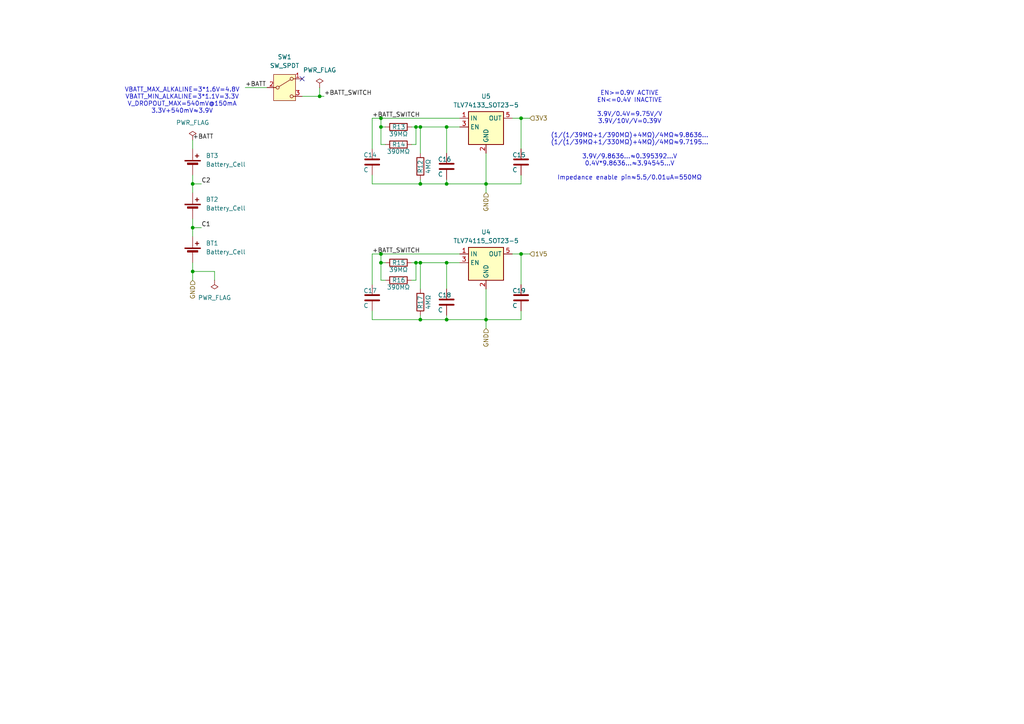
<source format=kicad_sch>
(kicad_sch (version 20231120) (generator "eeschema") (generator_version "8.0")
  (paper "A4")
  (lib_symbols
    (symbol "Custom_Regulator_Linear:TLV74115_SOT23-5"
      (property "Reference" "U" (at -4.572 5.588 0))
      (property "Value" "TLV74115_SOT23-5" (at 0 1.27 0))
      (symbol "TLV74115_SOT23-5_0_1"
        (rectangle (start -5.08 4.445) (end 5.08 -5.08) (stroke (width 0.254)) (fill (type background)))
      )
      (symbol "TLV74115_SOT23-5_1_1"
        (pin power_in line (at -7.62 2.54 0) (length 2.54) (name "IN") (number "1"))
        (pin power_in line (at 0 -7.62 90) (length 2.54) (name "GND") (number "2"))
        (pin input line (at -7.62 0 0) (length 2.54) (name "EN") (number "3"))
        (pin no_connect line (at 5.08 0 180) (length 2.54) hide (name "NC") (number "4"))
        (pin power_out line (at 7.62 2.54 180) (length 2.54) (name "OUT") (number "5"))
      )
    )
    (symbol "Custom_Regulator_Linear:TLV74133_SOT23-5"
      (property "Reference" "U" (at -4.572 5.588 0))
      (property "Value" "TLV74133_SOT23-5" (at 0 1.27 0))
      (symbol "TLV74133_SOT23-5_0_1"
        (rectangle (start -5.08 4.445) (end 5.08 -5.08) (stroke (width 0.254)) (fill (type background)))
      )
      (symbol "TLV74133_SOT23-5_1_1"
        (pin power_in line (at -7.62 2.54 0) (length 2.54) (name "IN") (number "1"))
        (pin power_in line (at 0 -7.62 90) (length 2.54) (name "GND") (number "2"))
        (pin input line (at -7.62 0 0) (length 2.54) (name "EN") (number "3"))
        (pin no_connect line (at 5.08 0 180) (length 2.54) hide (name "NC") (number "4"))
        (pin power_out line (at 7.62 2.54 180) (length 2.54) (name "OUT") (number "5"))
      )
    )
    (symbol "Device:Battery_Cell" (pin_numbers hide) (pin_names (offset 0) hide)
      (property "Reference" "BT" (at 2.54 2.54 0))
      (property "Value" "Battery_Cell" (at 2.54 0 0))
      (symbol "Battery_Cell_0_1"
        (rectangle (start -2.286 1.778) (end 2.286 1.524) (fill (type outline)))
        (rectangle (start -1.524 1.016) (end 1.524 0.508) (fill (type outline)))
        (polyline (pts (xy 0 0.762) (xy 0 0)))
        (polyline (pts (xy 0 1.778) (xy 0 2.54)))
        (polyline (pts (xy 0.762 3.048) (xy 1.778 3.048)) (stroke (width 0.254)))
        (polyline (pts (xy 1.27 3.556) (xy 1.27 2.54)) (stroke (width 0.254)))
      )
      (symbol "Battery_Cell_1_1"
        (pin passive line (at 0 5.08 270) (length 2.54) (name "+") (number "1"))
        (pin passive line (at 0 -2.54 90) (length 2.54) (name "-") (number "2"))
      )
    )
    (symbol "Device:C" (pin_numbers hide) (pin_names (offset 0.254))
      (property "Reference" "C" (at 0.635 2.54 0))
      (property "Value" "C" (at 0.635 -2.54 0))
      (symbol "C_0_1"
        (polyline (pts (xy -2.032 -0.762) (xy 2.032 -0.762)) (stroke (width 0.508)))
        (polyline (pts (xy -2.032 0.762) (xy 2.032 0.762)) (stroke (width 0.508)))
      )
      (symbol "C_1_1"
        (pin passive line (at 0 3.81 270) (length 2.794) (name "~") (number "1"))
        (pin passive line (at 0 -3.81 90) (length 2.794) (name "~") (number "2"))
      )
    )
    (symbol "Device:R" (pin_numbers hide) (pin_names (offset 0))
      (property "Reference" "R" (at 2.032 0 90))
      (property "Value" "R" (at 0 0 90))
      (symbol "R_0_1"
        (rectangle (start -1.016 -2.54) (end 1.016 2.54) (stroke (width 0.254)))
      )
      (symbol "R_1_1"
        (pin passive line (at 0 3.81 270) (length 1.27) (name "~") (number "1"))
        (pin passive line (at 0 -3.81 90) (length 1.27) (name "~") (number "2"))
      )
    )
    (symbol "Switch:SW_SPDT" (pin_names (offset 0) hide)
      (property "Reference" "SW" (at 0 5.08 0))
      (property "Value" "SW_SPDT" (at 0 -5.08 0))
      (symbol "SW_SPDT_0_1"
        (circle (center -2.032 0) (radius 0.4572))
        (polyline (pts (xy -1.651 0.254) (xy 1.651 2.286)))
        (circle (center 2.032 -2.54) (radius 0.4572))
        (circle (center 2.032 2.54) (radius 0.4572))
      )
      (symbol "SW_SPDT_1_1"
        (rectangle (start -3.175 3.81) (end 3.175 -3.81) (fill (type background)))
        (pin passive line (at 5.08 2.54 180) (length 2.54) (name "A") (number "1"))
        (pin passive line (at -5.08 0 0) (length 2.54) (name "B") (number "2"))
        (pin passive line (at 5.08 -2.54 180) (length 2.54) (name "C") (number "3"))
      )
    )
    (symbol "power:PWR_FLAG" (power) (pin_numbers hide) (pin_names (offset 0) hide)
      (property "Value" "PWR_FLAG" (at 0 3.81 0))
      (symbol "PWR_FLAG_0_0"
        (pin power_out line (at 0 0 90) (length 0) (name "~") (number "1"))
      )
      (symbol "PWR_FLAG_0_1"
        (polyline (pts (xy 0 0) (xy 0 1.27) (xy -1.016 1.905) (xy 0 2.54) (xy 1.016 1.905) (xy 0 1.27)))
      )
    )
  )
  (junction (at 129.54 36.83))
  (junction (at 129.54 76.2))
  (junction (at 120.65 76.2))
  (junction (at 121.92 92.71))
  (junction (at 140.97 53.34))
  (junction (at 120.65 36.83))
  (junction (at 121.92 36.83))
  (junction (at 55.88 66.04))
  (junction (at 92.71 27.94))
  (junction (at 110.49 36.83))
  (junction (at 129.54 92.71))
  (junction (at 110.49 76.2))
  (junction (at 110.49 34.29))
  (junction (at 121.92 76.2))
  (junction (at 129.54 53.34))
  (junction (at 55.88 53.34))
  (junction (at 151.13 73.66))
  (junction (at 110.49 73.66))
  (junction (at 151.13 34.29))
  (junction (at 55.88 78.74))
  (junction (at 140.97 92.71))
  (junction (at 121.92 53.34))
  (no_connect (at 87.63 22.86))
  (wire (pts (xy 129.54 36.83) (xy 133.35 36.83)))
  (wire (pts (xy 92.71 27.94) (xy 93.98 27.94)))
  (wire (pts (xy 121.92 92.71) (xy 129.54 92.71)))
  (wire (pts (xy 120.65 76.2) (xy 121.92 76.2)))
  (wire (pts (xy 55.88 78.74) (xy 55.88 81.28)))
  (wire (pts (xy 121.92 53.34) (xy 129.54 53.34)))
  (wire (pts (xy 87.63 27.94) (xy 92.71 27.94)))
  (wire (pts (xy 55.88 76.2) (xy 55.88 78.74)))
  (wire (pts (xy 121.92 76.2) (xy 121.92 83.82)))
  (wire (pts (xy 129.54 76.2) (xy 129.54 83.82)))
  (wire (pts (xy 121.92 36.83) (xy 129.54 36.83)))
  (wire (pts (xy 121.92 76.2) (xy 129.54 76.2)))
  (wire (pts (xy 55.88 40.64) (xy 55.88 43.18)))
  (wire (pts (xy 110.49 73.66) (xy 133.35 73.66)))
  (wire (pts (xy 92.71 25.4) (xy 92.71 27.94)))
  (wire (pts (xy 129.54 92.71) (xy 140.97 92.71)))
  (wire (pts (xy 55.88 78.74) (xy 62.23 78.74)))
  (wire (pts (xy 129.54 76.2) (xy 133.35 76.2)))
  (wire (pts (xy 151.13 90.17) (xy 151.13 92.71)))
  (wire (pts (xy 120.65 41.91) (xy 120.65 36.83)))
  (wire (pts (xy 110.49 73.66) (xy 110.49 76.2)))
  (wire (pts (xy 151.13 73.66) (xy 151.13 82.55)))
  (wire (pts (xy 111.76 36.83) (xy 110.49 36.83)))
  (wire (pts (xy 151.13 34.29) (xy 153.67 34.29)))
  (wire (pts (xy 110.49 34.29) (xy 133.35 34.29)))
  (wire (pts (xy 111.76 41.91) (xy 110.49 41.91)))
  (wire (pts (xy 121.92 36.83) (xy 121.92 44.45)))
  (wire (pts (xy 129.54 53.34) (xy 140.97 53.34)))
  (wire (pts (xy 151.13 53.34) (xy 140.97 53.34)))
  (wire (pts (xy 110.49 81.28) (xy 110.49 76.2)))
  (wire (pts (xy 119.38 81.28) (xy 120.65 81.28)))
  (wire (pts (xy 107.95 43.18) (xy 107.95 34.29)))
  (wire (pts (xy 55.88 50.8) (xy 55.88 53.34)))
  (wire (pts (xy 107.95 73.66) (xy 110.49 73.66)))
  (wire (pts (xy 71.12 25.4) (xy 77.47 25.4)))
  (wire (pts (xy 119.38 36.83) (xy 120.65 36.83)))
  (wire (pts (xy 119.38 76.2) (xy 120.65 76.2)))
  (wire (pts (xy 121.92 91.44) (xy 121.92 92.71)))
  (wire (pts (xy 111.76 81.28) (xy 110.49 81.28)))
  (wire (pts (xy 107.95 82.55) (xy 107.95 73.66)))
  (wire (pts (xy 55.88 53.34) (xy 55.88 55.88)))
  (wire (pts (xy 111.76 76.2) (xy 110.49 76.2)))
  (wire (pts (xy 110.49 34.29) (xy 110.49 36.83)))
  (wire (pts (xy 151.13 92.71) (xy 140.97 92.71)))
  (wire (pts (xy 148.59 73.66) (xy 151.13 73.66)))
  (wire (pts (xy 151.13 50.8) (xy 151.13 53.34)))
  (wire (pts (xy 120.65 81.28) (xy 120.65 76.2)))
  (wire (pts (xy 140.97 53.34) (xy 140.97 55.88)))
  (wire (pts (xy 107.95 34.29) (xy 110.49 34.29)))
  (wire (pts (xy 55.88 63.5) (xy 55.88 66.04)))
  (wire (pts (xy 107.95 50.8) (xy 107.95 53.34)))
  (wire (pts (xy 140.97 44.45) (xy 140.97 53.34)))
  (wire (pts (xy 140.97 92.71) (xy 140.97 95.25)))
  (wire (pts (xy 55.88 53.34) (xy 58.42 53.34)))
  (wire (pts (xy 129.54 91.44) (xy 129.54 92.71)))
  (wire (pts (xy 107.95 90.17) (xy 107.95 92.71)))
  (wire (pts (xy 151.13 73.66) (xy 153.67 73.66)))
  (wire (pts (xy 110.49 41.91) (xy 110.49 36.83)))
  (wire (pts (xy 129.54 36.83) (xy 129.54 44.45)))
  (wire (pts (xy 107.95 92.71) (xy 121.92 92.71)))
  (wire (pts (xy 151.13 34.29) (xy 151.13 43.18)))
  (wire (pts (xy 120.65 36.83) (xy 121.92 36.83)))
  (wire (pts (xy 107.95 53.34) (xy 121.92 53.34)))
  (wire (pts (xy 121.92 52.07) (xy 121.92 53.34)))
  (wire (pts (xy 140.97 83.82) (xy 140.97 92.71)))
  (wire (pts (xy 55.88 66.04) (xy 55.88 68.58)))
  (wire (pts (xy 148.59 34.29) (xy 151.13 34.29)))
  (wire (pts (xy 119.38 41.91) (xy 120.65 41.91)))
  (wire (pts (xy 129.54 52.07) (xy 129.54 53.34)))
  (wire (pts (xy 55.88 66.04) (xy 58.42 66.04)))
  (wire (pts (xy 62.23 81.28) (xy 62.23 78.74)))
  (text "VBATT_MAX_ALKALINE=3*1.6V=4.8V\nVBATT_MIN_ALKALINE=3*1.1V=3.3V\nV_DROPOUT_MAX=540mV@150mA\n3.3V+540mV≈3.9V" (at 52.832 29.21 0) (effects (font (size 1.27 1.27))))
  (text "EN>=0.9V ACTIVE\nEN<=0.4V INACTIVE\n\n3.9V/0.4V=9.75V/V\n3.9V/10V/V=0.39V\n\n(1/(1/39MΩ+1/390MΩ)+4MΩ)/4MΩ≈9.8636...\n(1/(1/39MΩ+1/330MΩ)+4MΩ)/4MΩ≈9.7195...\n\n3.9V/9.8636...≈0.395392...V\n0.4V*9.8636...≈3.94545...V\n\nImpedance enable pin≈5.5/0.01uA=550MΩ" (at 182.626 39.37 0) (effects (font (size 1.27 1.27))))
  (label "C2" (at 58.42 53.34 0))
  (label "+BATT_SWITCH" (at 93.98 27.94 0))
  (label "+BATT_SWITCH" (at 107.95 34.29 0))
  (label "+BATT" (at 71.12 25.4 0))
  (label "C1" (at 58.42 66.04 0))
  (label "+BATT_SWITCH" (at 107.95 73.66 0))
  (label "+BATT" (at 55.88 40.64 0))
  (hierarchical_label "GND" (shape input) (at 55.88 81.28 270))
  (hierarchical_label "GND" (shape input) (at 140.97 95.25 270))
  (hierarchical_label "1V5" (shape input) (at 153.67 73.66 0))
  (hierarchical_label "3V3" (shape input) (at 153.67 34.29 0))
  (hierarchical_label "GND" (shape input) (at 140.97 55.88 270))
  (symbol (lib_id "Device:C") (at 107.95 46.99 0) (unit 1)
    (property "Reference" "C14" (at 105.41 44.958 0) (effects (justify left)))
    (property "Value" "C" (at 105.41 49.276 0) (effects (justify left)))
    (property "Description" "Unpolarized capacitor" (effects (hide yes)))
  )
  (symbol (lib_id "Device:R") (at 115.57 76.2 90) (unit 1)
    (property "Reference" "R15" (at 117.602 76.2 90) (effects (justify left)))
    (property "Value" "39MΩ" (at 115.57 78.232 90))
    (property "Description" "Resistor" (effects (hide yes)))
  )
  (symbol (lib_id "Device:Battery_Cell") (at 55.88 60.96 0) (unit 1)
    (property "Reference" "BT2" (at 59.69 57.8484 0) (effects (justify left)))
    (property "Value" "Battery_Cell" (at 59.69 60.3884 0) (effects (justify left)))
    (property "Description" "Single-cell battery" (effects (hide yes)))
  )
  (symbol (lib_id "Switch:SW_SPDT") (at 82.55 25.4 0) (unit 1)
    (property "Reference" "SW1" (at 82.55 16.51 0))
    (property "Value" "SW_SPDT" (at 82.55 19.05 0))
    (property "Description" "Switch, single pole double throw" (effects (hide yes)))
  )
  (symbol (lib_id "power:PWR_FLAG") (at 62.23 81.28 180) (unit 1)
    (property "Reference" "#FLG02" (effects (hide yes)))
    (property "Value" "PWR_FLAG" (at 62.23 86.36 0))
    (property "Description" "Special symbol for telling ERC where power comes from" (effects (hide yes)))
  )
  (symbol (lib_id "Device:C") (at 129.54 87.63 0) (unit 1)
    (property "Reference" "C18" (at 127 85.598 0) (effects (justify left)))
    (property "Value" "C" (at 127 89.916 0) (effects (justify left)))
    (property "Description" "Unpolarized capacitor" (effects (hide yes)))
  )
  (symbol (lib_id "Device:C") (at 151.13 86.36 0) (unit 1)
    (property "Reference" "C19" (at 148.59 84.328 0) (effects (justify left)))
    (property "Value" "C" (at 148.59 88.646 0) (effects (justify left)))
    (property "Description" "Unpolarized capacitor" (effects (hide yes)))
  )
  (symbol (lib_id "Device:Battery_Cell") (at 55.88 48.26 0) (unit 1)
    (property "Reference" "BT3" (at 59.69 45.1484 0) (effects (justify left)))
    (property "Value" "Battery_Cell" (at 59.69 47.6884 0) (effects (justify left)))
    (property "Description" "Single-cell battery" (effects (hide yes)))
  )
  (symbol (lib_id "Device:R") (at 115.57 41.91 90) (unit 1)
    (property "Reference" "R14" (at 117.602 41.91 90) (effects (justify left)))
    (property "Value" "390MΩ" (at 115.57 43.942 90))
    (property "Description" "Resistor" (effects (hide yes)))
  )
  (symbol (lib_id "Device:R") (at 115.57 81.28 90) (unit 1)
    (property "Reference" "R16" (at 117.602 81.28 90) (effects (justify left)))
    (property "Value" "390MΩ" (at 115.57 83.312 90))
    (property "Description" "Resistor" (effects (hide yes)))
  )
  (symbol (lib_id "Device:C") (at 107.95 86.36 0) (unit 1)
    (property "Reference" "C17" (at 105.41 84.328 0) (effects (justify left)))
    (property "Value" "C" (at 105.41 88.646 0) (effects (justify left)))
    (property "Description" "Unpolarized capacitor" (effects (hide yes)))
  )
  (symbol (lib_id "Device:Battery_Cell") (at 55.88 73.66 0) (unit 1)
    (property "Reference" "BT1" (at 59.69 70.5484 0) (effects (justify left)))
    (property "Value" "Battery_Cell" (at 59.69 73.0884 0) (effects (justify left)))
    (property "Description" "Single-cell battery" (effects (hide yes)))
  )
  (symbol (lib_id "Custom_Regulator_Linear:TLV74115_SOT23-5") (at 140.97 76.2 0) (unit 1)
    (property "Reference" "U4" (at 140.97 67.31 0))
    (property "Value" "TLV74115_SOT23-5" (at 140.97 69.85 0))
    (property "Footprint" "Package_TO_SOT_SMD:SOT-23-5" (effects (hide yes)))
    (property "Datasheet" "https://www.ti.com/lit/ds/symlink/tlv741p.pdf" (effects (hide yes)))
    (property "Description" "150mA Low Dropout Voltage Regulator With Foldback Current Limit, Fixed Output 1.5V, SOT-23-5" (effects (hide yes)))
  )
  (symbol (lib_id "Device:C") (at 129.54 48.26 0) (unit 1)
    (property "Reference" "C16" (at 127 46.228 0) (effects (justify left)))
    (property "Value" "C" (at 127 50.546 0) (effects (justify left)))
    (property "Description" "Unpolarized capacitor" (effects (hide yes)))
  )
  (symbol (lib_id "Device:R") (at 121.92 48.26 0) (unit 1)
    (property "Reference" "R12" (at 121.92 50.292 90) (effects (justify left)))
    (property "Value" "4MΩ" (at 124.206 48.26 90))
    (property "Description" "Resistor" (effects (hide yes)))
  )
  (symbol (lib_id "Device:R") (at 115.57 36.83 90) (unit 1)
    (property "Reference" "R13" (at 117.602 36.83 90) (effects (justify left)))
    (property "Value" "39MΩ" (at 115.57 38.862 90))
    (property "Description" "Resistor" (effects (hide yes)))
  )
  (symbol (lib_id "Device:R") (at 121.92 87.63 0) (unit 1)
    (property "Reference" "R17" (at 121.92 89.662 90) (effects (justify left)))
    (property "Value" "4MΩ" (at 124.206 87.63 90))
    (property "Description" "Resistor" (effects (hide yes)))
  )
  (symbol (lib_id "power:PWR_FLAG") (at 92.71 25.4 0) (unit 1)
    (property "Reference" "#FLG03" (effects (hide yes)))
    (property "Value" "PWR_FLAG" (at 92.71 20.32 0))
    (property "Description" "Special symbol for telling ERC where power comes from" (effects (hide yes)))
  )
  (symbol (lib_id "Device:C") (at 151.13 46.99 0) (unit 1)
    (property "Reference" "C15" (at 148.59 44.958 0) (effects (justify left)))
    (property "Value" "C" (at 148.59 49.276 0) (effects (justify left)))
    (property "Description" "Unpolarized capacitor" (effects (hide yes)))
  )
  (symbol (lib_id "power:PWR_FLAG") (at 55.88 40.64 0) (unit 1)
    (property "Reference" "#FLG01" (effects (hide yes)))
    (property "Value" "PWR_FLAG" (at 55.88 35.56 0))
    (property "Description" "Special symbol for telling ERC where power comes from" (effects (hide yes)))
  )
  (symbol (lib_id "Custom_Regulator_Linear:TLV74133_SOT23-5") (at 140.97 36.83 0) (unit 1)
    (property "Reference" "U5" (at 140.97 27.94 0))
    (property "Value" "TLV74133_SOT23-5" (at 140.97 30.48 0))
    (property "Footprint" "Package_TO_SOT_SMD:SOT-23-5" (effects (hide yes)))
    (property "Datasheet" "https://www.ti.com/lit/ds/symlink/tlv741p.pdf" (effects (hide yes)))
    (property "Description" "150mA Low Dropout Voltage Regulator With Foldback Current Limit, Fixed Output 3.3V, SOT-23-5" (effects (hide yes)))
  )
)
</source>
